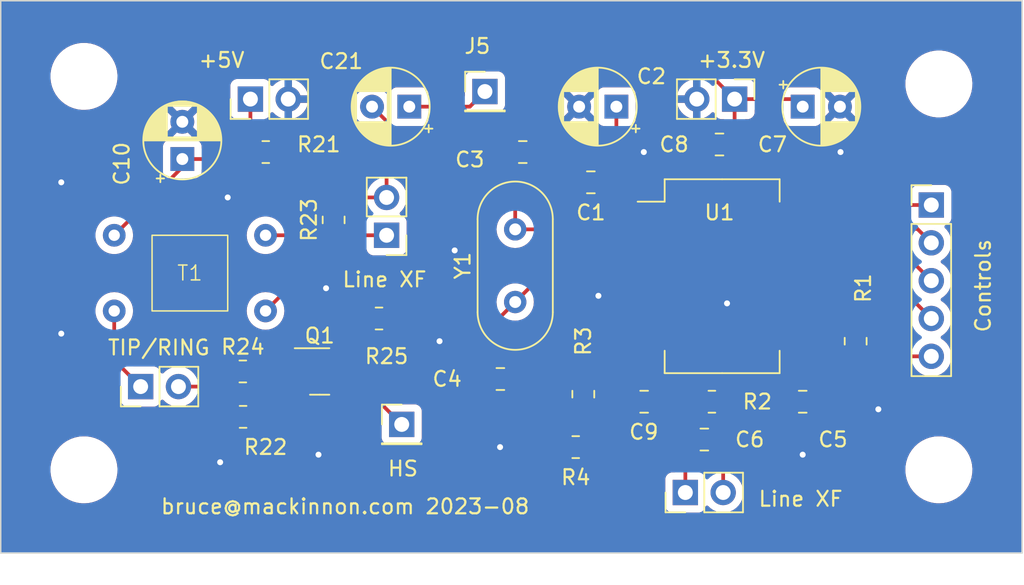
<source format=kicad_pcb>
(kicad_pcb (version 20221018) (generator pcbnew)
  (title_block (title "Bell 103 Host ") (date "2023-08-20") (rev "1") (company "Bruce MacKinnon"))
  (layers (0 "F.Cu" signal) (31 "B.Cu" signal) (34 "B.Paste" user) (35 "F.Paste" user) (36 "B.SilkS" user "B.Silkscreen") (37 "F.SilkS" user "F.Silkscreen") (38 "B.Mask" user) (39 "F.Mask" user) (44 "Edge.Cuts" user))
  (net 0 "")
  (net 1 "Net-(U1-VDEC)")
  (net 2 "GND")
  (net 3 "Net-(U1-XTALN)")
  (net 4 "Net-(U1-XTAL)")
  (net 5 "Net-(U1-VBIAS)")
  (net 6 "Net-(J3-Pin_1)")
  (net 7 "TXAN")
  (net 8 "Net-(J1-Pin_1)")
  (net 9 "Net-(J1-Pin_2)")
  (net 10 "Net-(J1-Pin_3)")
  (net 11 "Net-(J1-Pin_4)")
  (net 12 "~{IRQ}")
  (net 13 "+3.3V")
  (net 14 "TXA")
  (net 15 "RXAN")
  (net 16 "RXFB")
  (net 17 "Net-(T1-AA)")
  (net 18 "Net-(J5-Pin_1)")
  (net 19 "Net-(J4-Pin_2)")
  (net 20 "Net-(J4-Pin_1)")
  (net 21 "TIP")
  (net 22 "RING")
  (net 23 "Net-(J7-Pin_1)")
  (net 24 "+5V")
  (net 25 "Net-(Q1-B)")
  (footprint "bruce-footprints:Audio_Transformer" (layer "F.Cu") (at 92.456 69.088)
    (fp_text reference "T1" (at 0 0 unlocked) (layer "F.SilkS") (effects (font (thickness 0.1))))
    (fp_text value "Transformer_1P_1S")
    (pad "1" thru_hole circle (at -5.08 -2.54) (size 1.524 1.524) (drill 0.762) (layers "*.Cu" "*.Mask") (net 17 "Net-(T1-AA)"))
    (pad "2" thru_hole circle (at -5.08 2.54) (size 1.524 1.524) (drill 0.762) (layers "*.Cu" "*.Mask") (net 21 "TIP"))
    (pad "3" thru_hole circle (at 5.08 -2.54) (size 1.524 1.524) (drill 0.762) (layers "*.Cu" "*.Mask") (net 19 "Net-(J4-Pin_2)"))
    (pad "4" thru_hole circle (at 5.08 2.54) (size 1.524 1.524) (drill 0.762) (layers "*.Cu" "*.Mask") (net 20 "Net-(J4-Pin_1)"))
  )
  (footprint "MountingHole:MountingHole_4mm" (layer "F.Cu") (at 85.344 55.88)
    (fp_text reference "H1" hide)
    (fp_text value "MountingHole")
    (pad "" np_thru_hole circle (at 0 0) (size 4 4) (drill 4) (layers "*.Cu" "*.Mask"))
  )
  (footprint "Resistor_SMD:R_0805_2012Metric_Pad1.20x1.40mm_HandSolder" (layer "F.Cu") (at 102.108 65.516 90)
    (fp_text reference "R23" (at 0 -1.65 90) (layer "F.SilkS"))
    (fp_text value "R")
    (pad "1" smd roundrect (at -1 0 90) (size 1.2 1.4) (layers "F.Cu" "F.Paste" "F.Mask") (roundrect_rratio 0.208333) (net 20 "Net-(J4-Pin_1)"))
    (pad "2" smd roundrect (at 1 0 90) (size 1.2 1.4) (layers "F.Cu" "F.Paste" "F.Mask") (roundrect_rratio 0.208333) (net 19 "Net-(J4-Pin_2)"))
  )
  (footprint "Package_TO_SOT_SMD:SOT-23" (layer "F.Cu") (at 101.1705 75.692)
    (fp_text reference "Q1" (at 0 -2.4) (layer "F.SilkS"))
    (fp_text value "MMBT3904")
    (pad "1" smd roundrect (at -0.9375 -0.95) (size 1.475 0.6) (layers "F.Cu" "F.Paste" "F.Mask") (net 25 "Net-(Q1-B)"))
    (pad "2" smd roundrect (at -0.9375 0.95) (size 1.475 0.6) (layers "F.Cu" "F.Paste" "F.Mask") (net 2 "GND"))
    (pad "3" smd roundrect (at 0.9375 0) (size 1.475 0.6) (layers "F.Cu" "F.Paste" "F.Mask") (net 23 "Net-(J7-Pin_1)"))
  )
  (footprint "Resistor_SMD:R_0805_2012Metric_Pad1.20x1.40mm_HandSolder" (layer "F.Cu") (at 118.872 77.216 -90)
    (fp_text reference "R3" (at -3.556 0 90) (layer "F.SilkS"))
    (fp_text value "100K")
    (pad "1" smd roundrect (at -1 0 270) (size 1.2 1.4) (layers "F.Cu" "F.Paste" "F.Mask") (roundrect_rratio 0.208333) (net 15 "RXAN"))
    (pad "2" smd roundrect (at 1 0 270) (size 1.2 1.4) (layers "F.Cu" "F.Paste" "F.Mask") (roundrect_rratio 0.208333) (net 16 "RXFB"))
  )
  (footprint "Capacitor_SMD:C_0805_2012Metric_Pad1.18x1.45mm_HandSolder" (layer "F.Cu") (at 114.808 60.96)
    (fp_text reference "C3" (at -3.556 0.508) (layer "F.SilkS"))
    (fp_text value "22pF")
    (pad "1" smd roundrect (at -1.0375 0) (size 1.175 1.45) (layers "F.Cu" "F.Paste" "F.Mask") (roundrect_rratio 0.212766) (net 3 "Net-(U1-XTALN)"))
    (pad "2" smd roundrect (at 1.0375 0) (size 1.175 1.45) (layers "F.Cu" "F.Paste" "F.Mask") (roundrect_rratio 0.212766) (net 2 "GND"))
  )
  (footprint "MountingHole:MountingHole_4mm" (layer "F.Cu") (at 142.748 56.388)
    (fp_text reference "H4" hide)
    (fp_text value "MountingHole")
    (pad "" np_thru_hole circle (at 0 0) (size 4 4) (drill 4) (layers "*.Cu" "*.Mask"))
  )
  (footprint "Connector_PinHeader_2.54mm:PinHeader_1x02_P2.54mm_Vertical" (layer "F.Cu") (at 96.52 57.404 90)
    (fp_text reference "J8" hide)
    (fp_text value "Conn_01x02")
    (pad "1" thru_hole rect (at 0 0 90) (size 1.7 1.7) (drill 1) (layers "*.Cu" "*.Mask") (net 24 "+5V"))
    (pad "2" thru_hole oval (at 0 2.54 90) (size 1.7 1.7) (drill 1) (layers "*.Cu" "*.Mask") (net 2 "GND"))
  )
  (footprint "Package_SO:SOIC-16W_7.5x12.8mm_P1.27mm" (layer "F.Cu") (at 128.196 69.296)
    (fp_text reference "U1" (at -0.18 -4.272) (layer "F.SilkS"))
    (fp_text value "~")
    (pad "1" smd roundrect (at -4.65 -4.445) (size 2.05 0.6) (layers "F.Cu" "F.Paste" "F.Mask") (net 1 "Net-(U1-VDEC)"))
    (pad "2" smd roundrect (at -4.65 -3.175) (size 2.05 0.6) (layers "F.Cu" "F.Paste" "F.Mask") (net 3 "Net-(U1-XTALN)"))
    (pad "3" smd roundrect (at -4.65 -1.905) (size 2.05 0.6) (layers "F.Cu" "F.Paste" "F.Mask") (net 4 "Net-(U1-XTAL)"))
    (pad "4" smd roundrect (at -4.65 -0.635) (size 2.05 0.6) (layers "F.Cu" "F.Paste" "F.Mask") (net 12 "~{IRQ}"))
    (pad "5" smd roundrect (at -4.65 0.635) (size 2.05 0.6) (layers "F.Cu" "F.Paste" "F.Mask") (net 2 "GND"))
    (pad "6" smd roundrect (at -4.65 1.905) (size 2.05 0.6) (layers "F.Cu" "F.Paste" "F.Mask") (net 2 "GND"))
    (pad "7" smd roundrect (at -4.65 3.175) (size 2.05 0.6) (layers "F.Cu" "F.Paste" "F.Mask") (net 15 "RXAN"))
    (pad "8" smd roundrect (at -4.65 4.445) (size 2.05 0.6) (layers "F.Cu" "F.Paste" "F.Mask") (net 16 "RXFB"))
    (pad "9" smd roundrect (at 4.65 4.445) (size 2.05 0.6) (layers "F.Cu" "F.Paste" "F.Mask") (net 5 "Net-(U1-VBIAS)"))
    (pad "10" smd roundrect (at 4.65 3.175) (size 2.05 0.6) (layers "F.Cu" "F.Paste" "F.Mask") (net 7 "TXAN"))
    (pad "11" smd roundrect (at 4.65 1.905) (size 2.05 0.6) (layers "F.Cu" "F.Paste" "F.Mask") (net 14 "TXA"))
    (pad "12" smd roundrect (at 4.65 0.635) (size 2.05 0.6) (layers "F.Cu" "F.Paste" "F.Mask") (net 13 "+3.3V"))
    (pad "13" smd roundrect (at 4.65 -0.635) (size 2.05 0.6) (layers "F.Cu" "F.Paste" "F.Mask") (net 11 "Net-(J1-Pin_4)"))
    (pad "14" smd roundrect (at 4.65 -1.905) (size 2.05 0.6) (layers "F.Cu" "F.Paste" "F.Mask") (net 10 "Net-(J1-Pin_3)"))
    (pad "15" smd roundrect (at 4.65 -3.175) (size 2.05 0.6) (layers "F.Cu" "F.Paste" "F.Mask") (net 9 "Net-(J1-Pin_2)"))
    (pad "16" smd roundrect (at 4.65 -4.445) (size 2.05 0.6) (layers "F.Cu" "F.Paste" "F.Mask") (net 8 "Net-(J1-Pin_1)"))
  )
  (footprint "Connector_PinHeader_2.54mm:PinHeader_1x02_P2.54mm_Vertical" (layer "F.Cu") (at 125.725 83.82 90)
    (fp_text reference "J3" hide)
    (fp_text value "Conn_01x02_Pin")
    (pad "1" thru_hole rect (at 0 0 90) (size 1.7 1.7) (drill 1) (layers "*.Cu" "*.Mask") (net 6 "Net-(J3-Pin_1)"))
    (pad "2" thru_hole oval (at 0 2.54 90) (size 1.7 1.7) (drill 1) (layers "*.Cu" "*.Mask") (net 7 "TXAN"))
  )
  (footprint "MountingHole:MountingHole_4mm" (layer "F.Cu") (at 142.748 82.296)
    (fp_text reference "H3" hide)
    (fp_text value "MountingHole")
    (pad "" np_thru_hole circle (at 0 0) (size 4 4) (drill 4) (layers "*.Cu" "*.Mask"))
  )
  (footprint "MountingHole:MountingHole_4mm" (layer "F.Cu") (at 85.344 82.296)
    (fp_text reference "H2" hide)
    (fp_text value "MountingHole")
    (pad "" np_thru_hole circle (at 0 0) (size 4 4) (drill 4) (layers "*.Cu" "*.Mask"))
  )
  (footprint "Connector_PinHeader_2.54mm:PinHeader_1x02_P2.54mm_Vertical" (layer "F.Cu") (at 89.149 76.708 90)
    (fp_text reference "J6" hide)
    (fp_text value "Conn_01x02")
    (pad "1" thru_hole rect (at 0 0 90) (size 1.7 1.7) (drill 1) (layers "*.Cu" "*.Mask") (net 21 "TIP"))
    (pad "2" thru_hole oval (at 0 2.54 90) (size 1.7 1.7) (drill 1) (layers "*.Cu" "*.Mask") (net 22 "RING"))
  )
  (footprint "Capacitor_SMD:C_0805_2012Metric_Pad1.18x1.45mm_HandSolder" (layer "F.Cu") (at 119.38 62.992 180)
    (fp_text reference "C1" (at 0 -2.032) (layer "F.SilkS"))
    (fp_text value "100nF")
    (pad "1" smd roundrect (at -1.0375 0 180) (size 1.175 1.45) (layers "F.Cu" "F.Paste" "F.Mask") (roundrect_rratio 0.212766) (net 1 "Net-(U1-VDEC)"))
    (pad "2" smd roundrect (at 1.0375 0 180) (size 1.175 1.45) (layers "F.Cu" "F.Paste" "F.Mask") (roundrect_rratio 0.212766) (net 2 "GND"))
  )
  (footprint "Resistor_SMD:R_0805_2012Metric_Pad1.20x1.40mm_HandSolder" (layer "F.Cu") (at 105.156 72.136 180)
    (fp_text reference "R25" (at -0.508 -2.54) (layer "F.SilkS"))
    (fp_text value "1K")
    (pad "1" smd roundrect (at -1 0 180) (size 1.2 1.4) (layers "F.Cu" "F.Paste" "F.Mask") (roundrect_rratio 0.208333) (net 13 "+3.3V"))
    (pad "2" smd roundrect (at 1 0 180) (size 1.2 1.4) (layers "F.Cu" "F.Paste" "F.Mask") (roundrect_rratio 0.208333) (net 23 "Net-(J7-Pin_1)"))
  )
  (footprint "Capacitor_THT:CP_Radial_D5.0mm_P2.50mm" (layer "F.Cu") (at 91.948 61.428 90)
    (fp_text reference "C10" (at -0.318887 -4.064 90) (layer "F.SilkS"))
    (fp_text value "22uF")
    (pad "1" thru_hole rect (at 0 0 90) (size 1.6 1.6) (drill 0.8) (layers "*.Cu" "*.Mask") (net 17 "Net-(T1-AA)"))
    (pad "2" thru_hole circle (at 2.5 0 90) (size 1.6 1.6) (drill 0.8) (layers "*.Cu" "*.Mask") (net 2 "GND"))
  )
  (footprint "Resistor_SMD:R_0805_2012Metric_Pad1.20x1.40mm_HandSolder" (layer "F.Cu") (at 96.012 75.692)
    (fp_text reference "R24" (at 0 -1.65) (layer "F.SilkS"))
    (fp_text value "150")
    (pad "1" smd roundrect (at -1 0) (size 1.2 1.4) (layers "F.Cu" "F.Paste" "F.Mask") (roundrect_rratio 0.208333) (net 22 "RING"))
    (pad "2" smd roundrect (at 1 0) (size 1.2 1.4) (layers "F.Cu" "F.Paste" "F.Mask") (roundrect_rratio 0.208333) (net 25 "Net-(Q1-B)"))
  )
  (footprint "Capacitor_THT:CP_Radial_D5.0mm_P2.50mm" (layer "F.Cu") (at 121.093113 57.912 180)
    (fp_text reference "C2" (at -2.350887 2.032 180) (layer "F.SilkS"))
    (fp_text value "10uF")
    (pad "1" thru_hole rect (at 0 0 180) (size 1.6 1.6) (drill 0.8) (layers "*.Cu" "*.Mask") (net 1 "Net-(U1-VDEC)"))
    (pad "2" thru_hole circle (at 2.5 0 180) (size 1.6 1.6) (drill 0.8) (layers "*.Cu" "*.Mask") (net 2 "GND"))
  )
  (footprint "Capacitor_SMD:C_0805_2012Metric_Pad1.18x1.45mm_HandSolder" (layer "F.Cu") (at 133.604 77.724)
    (fp_text reference "C5" (at 2.032 2.54) (layer "F.SilkS"))
    (fp_text value "100nF")
    (pad "1" smd roundrect (at -1.0375 0) (size 1.175 1.45) (layers "F.Cu" "F.Paste" "F.Mask") (roundrect_rratio 0.212766) (net 5 "Net-(U1-VBIAS)"))
    (pad "2" smd roundrect (at 1.0375 0) (size 1.175 1.45) (layers "F.Cu" "F.Paste" "F.Mask") (roundrect_rratio 0.212766) (net 2 "GND"))
  )
  (footprint "Connector_PinHeader_2.54mm:PinHeader_1x05_P2.54mm_Vertical" (layer "F.Cu") (at 142.24 64.516)
    (fp_text reference "J1" hide)
    (fp_text value "Conn_01x05_Pin")
    (pad "1" thru_hole rect (at 0 0) (size 1.7 1.7) (drill 1) (layers "*.Cu" "*.Mask") (net 8 "Net-(J1-Pin_1)"))
    (pad "2" thru_hole oval (at 0 2.54) (size 1.7 1.7) (drill 1) (layers "*.Cu" "*.Mask") (net 9 "Net-(J1-Pin_2)"))
    (pad "3" thru_hole oval (at 0 5.08) (size 1.7 1.7) (drill 1) (layers "*.Cu" "*.Mask") (net 10 "Net-(J1-Pin_3)"))
    (pad "4" thru_hole oval (at 0 7.62) (size 1.7 1.7) (drill 1) (layers "*.Cu" "*.Mask") (net 11 "Net-(J1-Pin_4)"))
    (pad "5" thru_hole oval (at 0 10.16) (size 1.7 1.7) (drill 1) (layers "*.Cu" "*.Mask") (net 12 "~{IRQ}"))
  )
  (footprint "Resistor_SMD:R_0805_2012Metric_Pad1.20x1.40mm_HandSolder" (layer "F.Cu") (at 118.364 80.772 180)
    (fp_text reference "R4" (at 0 -2.032) (layer "F.SilkS"))
    (fp_text value "100K")
    (pad "1" smd roundrect (at -1 0 180) (size 1.2 1.4) (layers "F.Cu" "F.Paste" "F.Mask") (roundrect_rratio 0.208333) (net 6 "Net-(J3-Pin_1)"))
    (pad "2" smd roundrect (at 1 0 180) (size 1.2 1.4) (layers "F.Cu" "F.Paste" "F.Mask") (roundrect_rratio 0.208333) (net 15 "RXAN"))
  )
  (footprint "Connector_PinHeader_2.54mm:PinHeader_1x01_P2.54mm_Vertical" (layer "F.Cu") (at 106.68 79.248)
    (fp_text reference "J7" hide)
    (fp_text value "Conn_01x01")
    (pad "1" thru_hole rect (at 0 0) (size 1.7 1.7) (drill 1) (layers "*.Cu" "*.Mask") (net 23 "Net-(J7-Pin_1)"))
  )
  (footprint "Resistor_SMD:R_0805_2012Metric_Pad1.20x1.40mm_HandSolder" (layer "F.Cu") (at 97.552 60.96 180)
    (fp_text reference "R21" (at -3.556 0.508) (layer "F.SilkS"))
    (fp_text value "12")
    (pad "1" smd roundrect (at -1 0 180) (size 1.2 1.4) (layers "F.Cu" "F.Paste" "F.Mask") (roundrect_rratio 0.208333) (net 24 "+5V"))
    (pad "2" smd roundrect (at 1 0 180) (size 1.2 1.4) (layers "F.Cu" "F.Paste" "F.Mask") (roundrect_rratio 0.208333) (net 17 "Net-(T1-AA)"))
  )
  (footprint "Crystal:Crystal_HC49-U_Vertical" (layer "F.Cu") (at 114.3 71.03 90)
    (fp_text reference "Y1" (at 2.44 -3.525 90) (layer "F.SilkS"))
    (fp_text value "Crystal_Small")
    (pad "1" thru_hole circle (at 0 0 90) (size 1.5 1.5) (drill 0.8) (layers "*.Cu" "*.Mask") (net 4 "Net-(U1-XTAL)"))
    (pad "2" thru_hole circle (at 4.88 0 90) (size 1.5 1.5) (drill 0.8) (layers "*.Cu" "*.Mask") (net 3 "Net-(U1-XTALN)"))
  )
  (footprint "Connector_PinHeader_2.54mm:PinHeader_1x02_P2.54mm_Vertical" (layer "F.Cu") (at 129.032 57.404 -90)
    (fp_text reference "J2" hide)
    (fp_text value "Conn_01x02_Pin")
    (pad "1" thru_hole rect (at 0 0 270) (size 1.7 1.7) (drill 1) (layers "*.Cu" "*.Mask") (net 13 "+3.3V"))
    (pad "2" thru_hole oval (at 0 2.54 270) (size 1.7 1.7) (drill 1) (layers "*.Cu" "*.Mask") (net 2 "GND"))
  )
  (footprint "Capacitor_SMD:C_0805_2012Metric_Pad1.18x1.45mm_HandSolder" (layer "F.Cu") (at 128.016 60.452 180)
    (fp_text reference "C8" (at 3.048 0) (layer "F.SilkS"))
    (fp_text value "100nF")
    (pad "1" smd roundrect (at -1.0375 0 180) (size 1.175 1.45) (layers "F.Cu" "F.Paste" "F.Mask") (roundrect_rratio 0.212766) (net 13 "+3.3V"))
    (pad "2" smd roundrect (at 1.0375 0 180) (size 1.175 1.45) (layers "F.Cu" "F.Paste" "F.Mask") (roundrect_rratio 0.212766) (net 2 "GND"))
  )
  (footprint "Connector_PinHeader_2.54mm:PinHeader_1x02_P2.54mm_Vertical" (layer "F.Cu") (at 105.664 66.548 180)
    (fp_text reference "J4" hide)
    (fp_text value "Conn_01x02")
    (pad "1" thru_hole rect (at 0 0 180) (size 1.7 1.7) (drill 1) (layers "*.Cu" "*.Mask") (net 20 "Net-(J4-Pin_1)"))
    (pad "2" thru_hole oval (at 0 2.54 180) (size 1.7 1.7) (drill 1) (layers "*.Cu" "*.Mask") (net 19 "Net-(J4-Pin_2)"))
  )
  (footprint "Capacitor_SMD:C_0805_2012Metric_Pad1.18x1.45mm_HandSolder" (layer "F.Cu") (at 122.9575 77.724 180)
    (fp_text reference "C9" (at 0.0215 -2.032) (layer "F.SilkS"))
    (fp_text value "100pF")
    (pad "1" smd roundrect (at -1.0375 0 180) (size 1.175 1.45) (layers "F.Cu" "F.Paste" "F.Mask") (roundrect_rratio 0.212766) (net 15 "RXAN"))
    (pad "2" smd roundrect (at 1.0375 0 180) (size 1.175 1.45) (layers "F.Cu" "F.Paste" "F.Mask") (roundrect_rratio 0.212766) (net 16 "RXFB"))
  )
  (footprint "Capacitor_THT:CP_Radial_D5.0mm_P2.50mm" (layer "F.Cu") (at 107.188 57.912 180)
    (fp_text reference "C21" (at 4.572 3.048) (layer "F.SilkS"))
    (fp_text value "C_Polarized_US")
    (pad "1" thru_hole rect (at 0 0 180) (size 1.6 1.6) (drill 0.8) (layers "*.Cu" "*.Mask") (net 18 "Net-(J5-Pin_1)"))
    (pad "2" thru_hole circle (at 2.5 0 180) (size 1.6 1.6) (drill 0.8) (layers "*.Cu" "*.Mask") (net 19 "Net-(J4-Pin_2)"))
  )
  (footprint "Capacitor_SMD:C_0805_2012Metric_Pad1.18x1.45mm_HandSolder" (layer "F.Cu") (at 127 80.264)
    (fp_text reference "C6" (at 3.048 0) (layer "F.SilkS"))
    (fp_text value "33nF")
    (pad "1" smd roundrect (at -1.0375 0) (size 1.175 1.45) (layers "F.Cu" "F.Paste" "F.Mask") (roundrect_rratio 0.212766) (net 6 "Net-(J3-Pin_1)"))
    (pad "2" smd roundrect (at 1.0375 0) (size 1.175 1.45) (layers "F.Cu" "F.Paste" "F.Mask") (roundrect_rratio 0.212766) (net 7 "TXAN"))
  )
  (footprint "Capacitor_SMD:C_0805_2012Metric_Pad1.18x1.45mm_HandSolder" (layer "F.Cu") (at 113.3055 76.2)
    (fp_text reference "C4" (at -3.5775 0) (layer "F.SilkS"))
    (fp_text value "22pF")
    (pad "1" smd roundrect (at -1.0375 0) (size 1.175 1.45) (layers "F.Cu" "F.Paste" "F.Mask") (roundrect_rratio 0.212766) (net 4 "Net-(U1-XTAL)"))
    (pad "2" smd roundrect (at 1.0375 0) (size 1.175 1.45) (layers "F.Cu" "F.Paste" "F.Mask") (roundrect_rratio 0.212766) (net 2 "GND"))
  )
  (footprint "Resistor_SMD:R_0805_2012Metric_Pad1.20x1.40mm_HandSolder" (layer "F.Cu") (at 137.16 73.66 -90)
    (fp_text reference "R1" (at -3.556 -0.508 90) (layer "F.SilkS"))
    (fp_text value "68K")
    (pad "1" smd roundrect (at -1 0 270) (size 1.2 1.4) (layers "F.Cu" "F.Paste" "F.Mask") (roundrect_rratio 0.208333) (net 13 "+3.3V"))
    (pad "2" smd roundrect (at 1 0 270) (size 1.2 1.4) (layers "F.Cu" "F.Paste" "F.Mask") (roundrect_rratio 0.208333) (net 12 "~{IRQ}"))
  )
  (footprint "Connector_PinHeader_2.54mm:PinHeader_1x01_P2.54mm_Vertical" (layer "F.Cu") (at 112.268 56.896)
    (fp_text reference "J5" (at -0.508 -3.048) (layer "F.SilkS"))
    (fp_text value "Conn_01x01")
    (pad "1" thru_hole rect (at 0 0) (size 1.7 1.7) (drill 1) (layers "*.Cu" "*.Mask") (net 18 "Net-(J5-Pin_1)"))
  )
  (footprint "Resistor_SMD:R_0805_2012Metric_Pad1.20x1.40mm_HandSolder" (layer "F.Cu") (at 96.028 78.74)
    (fp_text reference "R22" (at 1.508 2.032) (layer "F.SilkS"))
    (fp_text value "300")
    (pad "1" smd roundrect (at -1 0) (size 1.2 1.4) (layers "F.Cu" "F.Paste" "F.Mask") (roundrect_rratio 0.208333) (net 22 "RING"))
    (pad "2" smd roundrect (at 1 0) (size 1.2 1.4) (layers "F.Cu" "F.Paste" "F.Mask") (roundrect_rratio 0.208333) (net 2 "GND"))
  )
  (footprint "Capacitor_THT:CP_Radial_D5.0mm_P2.50mm" (layer "F.Cu") (at 133.604 57.912)
    (fp_text reference "C7" (at -2.032 2.54) (layer "F.SilkS"))
    (fp_text value "10uF")
    (pad "1" thru_hole rect (at 0 0) (size 1.6 1.6) (drill 0.8) (layers "*.Cu" "*.Mask") (net 13 "+3.3V"))
    (pad "2" thru_hole circle (at 2.5 0) (size 1.6 1.6) (drill 0.8) (layers "*.Cu" "*.Mask") (net 2 "GND"))
  )
  (footprint "Resistor_SMD:R_0805_2012Metric_Pad1.20x1.40mm_HandSolder" (layer "F.Cu") (at 127.508 77.724 180)
    (fp_text reference "R2" (at -3.048 0) (layer "F.SilkS"))
    (fp_text value "680")
    (pad "1" smd roundrect (at -1 0 180) (size 1.2 1.4) (layers "F.Cu" "F.Paste" "F.Mask") (roundrect_rratio 0.208333) (net 14 "TXA"))
    (pad "2" smd roundrect (at 1 0 180) (size 1.2 1.4) (layers "F.Cu" "F.Paste" "F.Mask") (roundrect_rratio 0.208333) (net 6 "Net-(J3-Pin_1)"))
  )
  (gr_rect (start 79.756 50.8) (end 148.336 87.884) (stroke (width 0.1)) (fill none) (layer "Edge.Cuts"))
  (gr_text "Line XF" (at 130.556 84.836) (layer "F.SilkS") (effects (font (size 1 1)) (justify left bottom)))
  (gr_text "HS" (at 105.664 82.804) (layer "F.SilkS") (effects (font (size 1 1)) (justify left bottom)))
  (gr_text "bruce@mackinnon.com 2023-08" (at 90.424 85.344) (layer "F.SilkS") (effects (font (size 1 1)) (justify left bottom)))
  (gr_text "+3.3V" (at 126.492 55.372) (layer "F.SilkS") (effects (font (size 1 1)) (justify left bottom)))
  (gr_text "Line XF" (at 102.616 70.104) (layer "F.SilkS") (effects (font (size 1 1)) (justify left bottom)))
  (gr_text "Controls" (at 146.304 73.152 90) (layer "F.SilkS") (effects (font (size 1 1)) (justify left bottom)))
  (gr_text "+5V" (at 92.964 55.372) (layer "F.SilkS") (effects (font (size 1 1)) (justify left bottom)))
  (gr_text "TIP/RING" (at 86.868 74.676) (layer "F.SilkS") (effects (font (size 1 1)) (justify left bottom)))
  (segment (start 121.687 62.992) (end 123.546 64.851) (width 0.25) (layer "F.Cu") (net 1))
  (segment (start 121.093113 62.316387) (end 121.093113 57.912) (width 0.25) (layer "F.Cu") (net 1))
  (segment (start 120.4175 62.992) (end 121.093113 62.316387) (width 0.25) (layer "F.Cu") (net 1))
  (segment (start 120.4175 62.992) (end 121.687 62.992) (width 0.25) (layer "F.Cu") (net 1))
  (via (at 133.604 81.28) (size 0.8) (drill 0.4) (layers "F.Cu" "B.Cu") (net 2))
  (via (at 94.996 64.008) (size 0.8) (drill 0.4) (layers "F.Cu" "B.Cu") (net 2))
  (via (at 83.82 73.152) (size 0.8) (drill 0.4) (layers "F.Cu" "B.Cu") (net 2))
  (via (at 109.22 73.66) (size 0.8) (drill 0.4) (layers "F.Cu" "B.Cu") (net 2))
  (via (at 122.936 60.96) (size 0.8) (drill 0.4) (layers "F.Cu" "B.Cu") (net 2))
  (via (at 113.284 80.772) (size 0.8) (drill 0.4) (layers "F.Cu" "B.Cu") (net 2))
  (via (at 128.524 71.12) (size 0.8) (drill 0.4) (layers "F.Cu" "B.Cu") (net 2))
  (via (at 94.488 81.788) (size 0.8) (drill 0.4) (layers "F.Cu" "B.Cu") (net 2))
  (via (at 119.888 70.612) (size 0.8) (drill 0.4) (layers "F.Cu" "B.Cu") (net 2))
  (via (at 101.092 81.28) (size 0.8) (drill 0.4) (layers "F.Cu" "B.Cu") (net 2))
  (via (at 138.684 78.232) (size 0.8) (drill 0.4) (layers "F.Cu" "B.Cu") (net 2))
  (via (at 136.144 60.96) (size 0.8) (drill 0.4) (layers "F.Cu" "B.Cu") (net 2))
  (via (at 110.236 67.564) (size 0.8) (drill 0.4) (layers "F.Cu" "B.Cu") (net 2))
  (via (at 83.82 62.992) (size 0.8) (drill 0.4) (layers "F.Cu" "B.Cu") (net 2))
  (via (at 101.6 70.104) (size 0.8) (drill 0.4) (layers "F.Cu" "B.Cu") (net 2))
  (segment (start 113.7705 62.4625) (end 113.7705 60.96) (width 0.25) (layer "F.Cu") (net 3))
  (segment (start 114.3 62.992) (end 113.7705 62.4625) (width 0.25) (layer "F.Cu") (net 3))
  (segment (start 123.517 66.15) (end 123.546 66.121) (width 0.25) (layer "F.Cu") (net 3))
  (segment (start 114.3 66.15) (end 123.517 66.15) (width 0.25) (layer "F.Cu") (net 3))
  (segment (start 114.3 66.15) (end 114.3 62.992) (width 0.25) (layer "F.Cu") (net 3))
  (segment (start 114.3 71.03) (end 117.939 67.391) (width 0.25) (layer "F.Cu") (net 4))
  (segment (start 117.939 67.391) (end 123.546 67.391) (width 0.25) (layer "F.Cu") (net 4))
  (segment (start 114.3 71.03) (end 112.268 73.062) (width 0.25) (layer "F.Cu") (net 4))
  (segment (start 112.268 73.062) (end 112.268 76.2) (width 0.25) (layer "F.Cu") (net 4))
  (segment (start 132.846 77.4445) (end 132.5665 77.724) (width 0.25) (layer "F.Cu") (net 5))
  (segment (start 132.846 73.741) (end 132.846 77.4445) (width 0.25) (layer "F.Cu") (net 5))
  (segment (start 126.508 77.724) (end 126.508 79.7185) (width 0.25) (layer "F.Cu") (net 6))
  (segment (start 119.364 80.772) (end 125.4545 80.772) (width 0.25) (layer "F.Cu") (net 6))
  (segment (start 126.508 79.7185) (end 125.9625 80.264) (width 0.25) (layer "F.Cu") (net 6))
  (segment (start 125.725 80.5015) (end 125.9625 80.264) (width 0.25) (layer "F.Cu") (net 6))
  (segment (start 125.4545 80.772) (end 125.9625 80.264) (width 0.25) (layer "F.Cu") (net 6))
  (segment (start 125.725 83.82) (end 125.725 80.5015) (width 0.25) (layer "F.Cu") (net 6))
  (segment (start 128.0375 80.264) (end 128.265 80.4915) (width 0.25) (layer "F.Cu") (net 7))
  (segment (start 128.265 80.4915) (end 128.265 83.82) (width 0.25) (layer "F.Cu") (net 7))
  (segment (start 131.496 72.760645) (end 131.785645 72.471) (width 0.25) (layer "F.Cu") (net 7))
  (segment (start 128.0375 80.264) (end 131.496 76.8055) (width 0.25) (layer "F.Cu") (net 7))
  (segment (start 131.496 76.8055) (end 131.496 72.760645) (width 0.25) (layer "F.Cu") (net 7))
  (segment (start 131.785645 72.471) (end 132.846 72.471) (width 0.25) (layer "F.Cu") (net 7))
  (segment (start 133.181 64.516) (end 142.24 64.516) (width 0.25) (layer "F.Cu") (net 8))
  (segment (start 132.846 64.851) (end 133.181 64.516) (width 0.25) (layer "F.Cu") (net 8))
  (segment (start 141.305 66.121) (end 142.24 67.056) (width 0.25) (layer "F.Cu") (net 9))
  (segment (start 132.846 66.121) (end 141.305 66.121) (width 0.25) (layer "F.Cu") (net 9))
  (segment (start 140.035 67.391) (end 142.24 69.596) (width 0.25) (layer "F.Cu") (net 10))
  (segment (start 132.846 67.391) (end 140.035 67.391) (width 0.25) (layer "F.Cu") (net 10))
  (segment (start 132.846 68.661) (end 138.765 68.661) (width 0.25) (layer "F.Cu") (net 11))
  (segment (start 138.765 68.661) (end 142.24 72.136) (width 0.25) (layer "F.Cu") (net 11))
  (segment (start 137.16 74.66) (end 137.176 74.676) (width 0.25) (layer "F.Cu") (net 12))
  (segment (start 131.794249 70.576) (end 133.917751 70.576) (width 0.25) (layer "F.Cu") (net 12))
  (segment (start 135.636 73.136) (end 137.16 74.66) (width 0.25) (layer "F.Cu") (net 12))
  (segment (start 123.546 68.661) (end 129.879249 68.661) (width 0.25) (layer "F.Cu") (net 12))
  (segment (start 137.176 74.676) (end 142.24 74.676) (width 0.25) (layer "F.Cu") (net 12))
  (segment (start 129.879249 68.661) (end 131.794249 70.576) (width 0.25) (layer "F.Cu") (net 12))
  (segment (start 135.636 72.294249) (end 135.636 73.136) (width 0.25) (layer "F.Cu") (net 12))
  (segment (start 133.917751 70.576) (end 135.636 72.294249) (width 0.25) (layer "F.Cu") (net 12))
  (segment (start 129.032 57.404) (end 125.984 54.356) (width 0.25) (layer "F.Cu") (net 13))
  (segment (start 110.236 59.436) (end 108.712 60.96) (width 0.25) (layer "F.Cu") (net 13))
  (segment (start 129.032 60.4305) (end 129.032 57.404) (width 0.25) (layer "F.Cu") (net 13))
  (segment (start 108.712 71.12) (end 107.696 72.136) (width 0.25) (layer "F.Cu") (net 13))
  (segment (start 113.668827 59.436) (end 110.236 59.436) (width 0.25) (layer "F.Cu") (net 13))
  (segment (start 107.696 72.136) (end 106.156 72.136) (width 0.25) (layer "F.Cu") (net 13))
  (segment (start 129.0535 60.452) (end 129.032 60.4305) (width 0.25) (layer "F.Cu") (net 13))
  (segment (start 133.096 57.404) (end 133.604 57.912) (width 0.25) (layer "F.Cu") (net 13))
  (segment (start 132.415 69.931) (end 129.0535 66.5695) (width 0.25) (layer "F.Cu") (net 13))
  (segment (start 132.846 69.931) (end 134.431 69.931) (width 0.25) (layer "F.Cu") (net 13))
  (segment (start 129.0535 66.5695) (end 129.0535 60.452) (width 0.25) (layer "F.Cu") (net 13))
  (segment (start 129.032 57.404) (end 133.096 57.404) (width 0.25) (layer "F.Cu") (net 13))
  (segment (start 134.431 69.931) (end 137.16 72.66) (width 0.25) (layer "F.Cu") (net 13))
  (segment (start 108.712 60.96) (end 108.712 71.12) (width 0.25) (layer "F.Cu") (net 13))
  (segment (start 125.984 54.356) (end 118.748827 54.356) (width 0.25) (layer "F.Cu") (net 13))
  (segment (start 132.846 69.931) (end 132.415 69.931) (width 0.25) (layer "F.Cu") (net 13))
  (segment (start 118.748827 54.356) (end 113.668827 59.436) (width 0.25) (layer "F.Cu") (net 13))
  (segment (start 128.508 75.112249) (end 132.419249 71.201) (width 0.25) (layer "F.Cu") (net 14))
  (segment (start 128.508 77.724) (end 128.508 75.112249) (width 0.25) (layer "F.Cu") (net 14))
  (segment (start 132.419249 71.201) (end 132.846 71.201) (width 0.25) (layer "F.Cu") (net 14))
  (segment (start 122.617 72.471) (end 118.872 76.216) (width 0.25) (layer "F.Cu") (net 15))
  (segment (start 124.896 73.394249) (end 124.896 76.823) (width 0.25) (layer "F.Cu") (net 15))
  (segment (start 118.872 76.216) (end 117.364 77.724) (width 0.25) (layer "F.Cu") (net 15))
  (segment (start 123.546 72.471) (end 122.617 72.471) (width 0.25) (layer "F.Cu") (net 15))
  (segment (start 117.364 77.724) (end 117.364 80.772) (width 0.25) (layer "F.Cu") (net 15))
  (segment (start 124.896 76.823) (end 123.995 77.724) (width 0.25) (layer "F.Cu") (net 15))
  (segment (start 123.546 72.471) (end 123.972751 72.471) (width 0.25) (layer "F.Cu") (net 15))
  (segment (start 123.972751 72.471) (end 124.896 73.394249) (width 0.25) (layer "F.Cu") (net 15))
  (segment (start 118.872 78.216) (end 121.283604 78.216) (width 0.25) (layer "F.Cu") (net 16))
  (segment (start 121.283604 78.216) (end 121.847802 77.651802) (width 0.25) (layer "F.Cu") (net 16))
  (segment (start 123.347 73.741) (end 118.872 78.216) (width 0.25) (layer "F.Cu") (net 16))
  (segment (start 123.546 73.741) (end 123.347 73.741) (width 0.25) (layer "F.Cu") (net 16))
  (segment (start 87.376 66.548) (end 91.948 61.976) (width 0.25) (layer "F.Cu") (net 17))
  (segment (start 91.948 61.976) (end 91.948 61.428) (width 0.25) (layer "F.Cu") (net 17))
  (segment (start 91.948 61.428) (end 96.084 61.428) (width 0.25) (layer "F.Cu") (net 17))
  (segment (start 96.084 61.428) (end 96.552 60.96) (width 0.25) (layer "F.Cu") (net 17))
  (segment (start 107.188 57.912) (end 111.252 57.912) (width 0.25) (layer "F.Cu") (net 18))
  (segment (start 111.252 57.912) (end 112.268 56.896) (width 0.25) (layer "F.Cu") (net 18))
  (segment (start 97.536 66.548) (end 100.076 66.548) (width 0.25) (layer "F.Cu") (net 19))
  (segment (start 100.076 66.548) (end 102.108 64.516) (width 0.25) (layer "F.Cu") (net 19))
  (segment (start 105.664 64.008) (end 105.664 58.888) (width 0.25) (layer "F.Cu") (net 19))
  (segment (start 105.664 58.888) (end 104.688 57.912) (width 0.25) (layer "F.Cu") (net 19))
  (segment (start 102.108 64.516) (end 102.616 64.008) (width 0.25) (layer "F.Cu") (net 19))
  (segment (start 102.616 64.008) (end 105.664 64.008) (width 0.25) (layer "F.Cu") (net 19))
  (segment (start 102.108 67.056) (end 102.108 66.516) (width 0.25) (layer "F.Cu") (net 20))
  (segment (start 102.14 66.548) (end 105.664 66.548) (width 0.25) (layer "F.Cu") (net 20))
  (segment (start 97.536 71.628) (end 102.108 67.056) (width 0.25) (layer "F.Cu") (net 20))
  (segment (start 102.108 66.516) (end 102.14 66.548) (width 0.25) (layer "F.Cu") (net 20))
  (segment (start 87.376 74.935) (end 89.149 76.708) (width 0.25) (layer "F.Cu") (net 21))
  (segment (start 87.376 71.628) (end 87.376 74.935) (width 0.25) (layer "F.Cu") (net 21))
  (segment (start 95.012 78.724) (end 95.028 78.74) (width 0.25) (layer "F.Cu") (net 22))
  (segment (start 91.689 76.708) (end 93.996 76.708) (width 0.25) (layer "F.Cu") (net 22))
  (segment (start 95.012 75.692) (end 95.012 78.724) (width 0.25) (layer "F.Cu") (net 22))
  (segment (start 93.996 76.708) (end 95.012 75.692) (width 0.25) (layer "F.Cu") (net 22))
  (segment (start 102.108 75.692) (end 104.156 73.644) (width 0.25) (layer "F.Cu") (net 23))
  (segment (start 102.108 75.692) (end 103.124 75.692) (width 0.25) (layer "F.Cu") (net 23))
  (segment (start 104.156 73.644) (end 104.156 72.136) (width 0.25) (layer "F.Cu") (net 23))
  (segment (start 103.124 75.692) (end 106.68 79.248) (width 0.25) (layer "F.Cu") (net 23))
  (segment (start 96.52 58.928) (end 98.552 60.96) (width 0.25) (layer "F.Cu") (net 24))
  (segment (start 96.52 57.404) (end 96.52 58.928) (width 0.25) (layer "F.Cu") (net 24))
  (segment (start 97.012 75.692) (end 99.283 75.692) (width 0.25) (layer "F.Cu") (net 25))
  (segment (start 99.283 75.692) (end 100.233 74.742) (width 0.25) (layer "F.Cu") (net 25))
  (zone (net 2) (net_name "GND") (layer "F.Cu") (priority 1) (connect_pads (clearance 0.5)) (min_thickness 0.25) (fill yes (thermal_gap 0.5) (thermal_bridge_width 0.5))
    (polygon (pts (xy 79.756 50.8) (xy 79.756 87.884) (xy 148.336 87.884) (xy 148.336 50.8)))
  )
  (zone (net 2) (net_name "GND") (layer "B.Cu") (connect_pads (clearance 0.5)) (min_thickness 0.25) (fill yes (thermal_gap 0.5) (thermal_bridge_width 0.5))
    (polygon (pts (xy 79.756 50.8) (xy 79.756 87.884) (xy 148.336 87.884) (xy 148.336 50.8)))
  )
)
</source>
